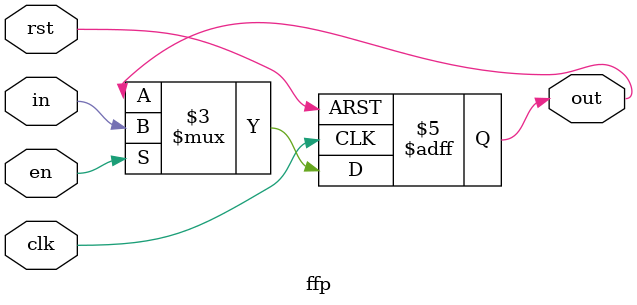
<source format=v>
module ffp (
    input wire      clk,
    input wire      rst,
    input wire      en,
    input wire      in,
    output reg      out
);


always @(posedge clk ,negedge rst) 
 begin
    if (!rst)
    begin
        out <= 1'b0;
    end 
    else if (en)
    begin
        out <= in;
    end
    
end
endmodule 
</source>
